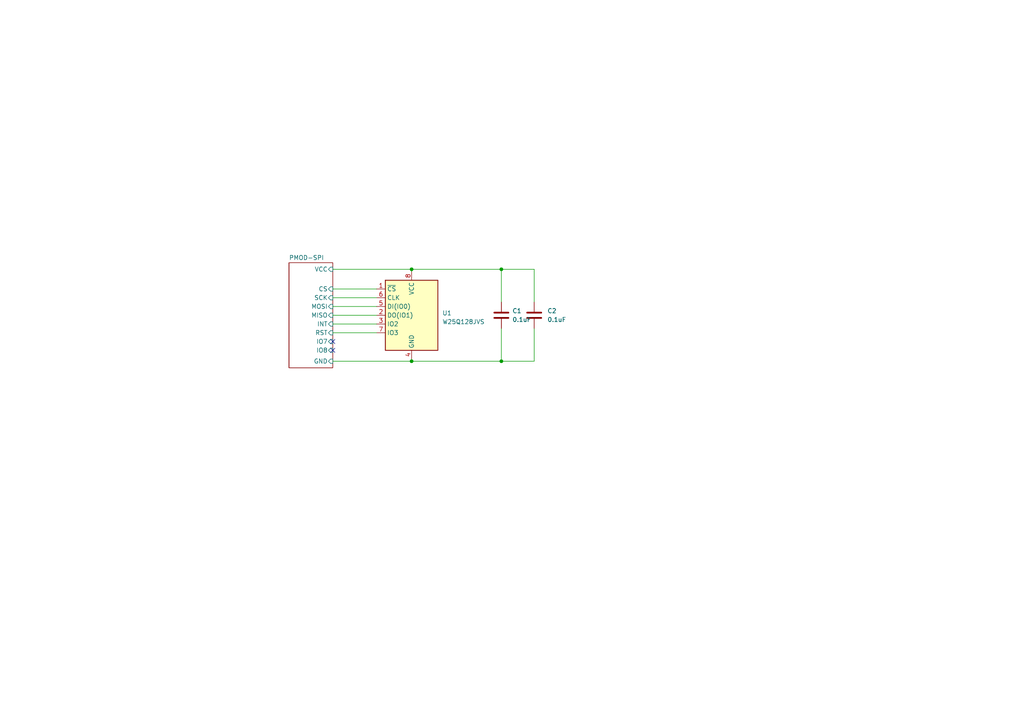
<source format=kicad_sch>
(kicad_sch (version 20230121) (generator eeschema)
  (paper "A4")
  (lib_symbols
    (symbol "Device:C" (pin_numbers hide) (pin_names (offset 0.254))
      (property "Reference" "C" (at 0.635 2.54 0))
      (property "Value" "C" (at 0.635 -2.54 0))
      (symbol "C_0_1"
        (polyline (pts (xy -2.032 -0.762) (xy 2.032 -0.762)) (stroke (width 0.508)))
        (polyline (pts (xy -2.032 0.762) (xy 2.032 0.762)) (stroke (width 0.508)))
      )
      (symbol "C_1_1"
        (pin passive line (at 0 3.81 270) (length 2.794) (name "~") (number "1"))
        (pin passive line (at 0 -3.81 90) (length 2.794) (name "~") (number "2"))
      )
    )
    (symbol "Memory_Flash:W25Q128JVS"
      (property "Reference" "U" (at -8.89 8.89 0))
      (property "Value" "W25Q128JVS" (at 7.62 8.89 0))
      (symbol "W25Q128JVS_0_1"
        (rectangle (start -7.62 10.16) (end 7.62 -10.16) (stroke (width 0.254)) (fill (type background)))
      )
      (symbol "W25Q128JVS_1_1"
        (pin input line (at -10.16 7.62 0) (length 2.54) (name "~{CS}") (number "1"))
        (pin bidirectional line (at -10.16 0 0) (length 2.54) (name "DO(IO1)") (number "2"))
        (pin bidirectional line (at -10.16 -2.54 0) (length 2.54) (name "IO2") (number "3"))
        (pin power_in line (at 0 -12.7 90) (length 2.54) (name "GND") (number "4"))
        (pin bidirectional line (at -10.16 2.54 0) (length 2.54) (name "DI(IO0)") (number "5"))
        (pin input line (at -10.16 5.08 0) (length 2.54) (name "CLK") (number "6"))
        (pin bidirectional line (at -10.16 -5.08 0) (length 2.54) (name "IO3") (number "7"))
        (pin power_in line (at 0 12.7 270) (length 2.54) (name "VCC") (number "8"))
      )
    )
  )
  (junction (at 119.38 78.105))
  (junction (at 145.415 78.105))
  (junction (at 145.415 104.775))
  (junction (at 119.38 104.775))
  (no_connect (at 96.52 101.6))
  (no_connect (at 96.52 99.06))
  (wire (pts (xy 145.415 78.105) (xy 145.415 87.63)))
  (wire (pts (xy 96.52 91.44) (xy 109.22 91.44)))
  (wire (pts (xy 119.38 104.775) (xy 119.38 104.14)))
  (wire (pts (xy 154.94 95.25) (xy 154.94 104.775)))
  (wire (pts (xy 154.94 104.775) (xy 145.415 104.775)))
  (wire (pts (xy 119.38 78.105) (xy 119.38 78.74)))
  (wire (pts (xy 145.415 78.105) (xy 154.94 78.105)))
  (wire (pts (xy 96.52 86.36) (xy 109.22 86.36)))
  (wire (pts (xy 145.415 95.25) (xy 145.415 104.775)))
  (wire (pts (xy 145.415 104.775) (xy 119.38 104.775)))
  (wire (pts (xy 154.94 87.63) (xy 154.94 78.105)))
  (wire (pts (xy 119.38 78.105) (xy 145.415 78.105)))
  (wire (pts (xy 96.52 104.775) (xy 119.38 104.775)))
  (wire (pts (xy 96.52 88.9) (xy 109.22 88.9)))
  (wire (pts (xy 96.52 96.52) (xy 109.22 96.52)))
  (wire (pts (xy 96.52 93.98) (xy 109.22 93.98)))
  (wire (pts (xy 96.52 78.105) (xy 119.38 78.105)))
  (wire (pts (xy 96.52 83.82) (xy 109.22 83.82)))
  (symbol (lib_id "Device:C") (at 154.94 91.44 0) (unit 1)
    (property "Reference" "C2" (at 158.75 90.17 0) (effects (justify left)))
    (property "Value" "0.1uF" (at 158.75 92.71 0) (effects (justify left)))
    (property "Footprint" "Capacitor_SMD:C_0603_1608Metric" (effects hide))
  )
  (symbol (lib_id "Device:C") (at 145.415 91.44 0) (unit 1)
    (property "Reference" "C1" (at 148.59 90.17 0) (effects (justify left)))
    (property "Value" "0.1uF" (at 148.59 92.71 0) (effects (justify left)))
    (property "Footprint" "Capacitor_SMD:C_0603_1608Metric" (effects hide))
  )
  (symbol (lib_id "Memory_Flash:W25Q128JVS") (at 119.38 91.44 0) (unit 1)
    (property "Reference" "U1" (at 128.27 90.805 0) (effects (justify left)))
    (property "Value" "W25Q128JVS" (at 128.27 93.345 0) (effects (justify left)))
    (property "Footprint" "Package_SO:SOIC-8_5.23x5.23mm_P1.27mm" (effects hide))
    (property "Datasheet" "http://www.winbond.com/resource-files/w25q128jv_dtr%20revc%2003272018%20plus.pdf" (effects hide))
  )
  (sheet (at 83.82 76.2) (size 12.7 30.48) (stroke (width 0.1524))
    (property "Sheetname" "PMOD-SPI" (at 83.82 75.4884 0) (effects (justify left bottom)))
    (property "Sheetfile" "C:/Users/tbz/OneDrive/doc/kicad_schematic/pmod_spi.kicad_sch" (effects hide))
    (pin "MOSI" input (at 96.52 88.9 0))
    (pin "SCK" input (at 96.52 86.36 0))
    (pin "GND" input (at 96.52 104.775 0))
    (pin "CS" input (at 96.52 83.82 0))
    (pin "VCC" input (at 96.52 78.105 0))
    (pin "MISO" input (at 96.52 91.44 0))
    (pin "IO7" input (at 96.52 99.06 0))
    (pin "RST" input (at 96.52 96.52 0))
    (pin "IO8" input (at 96.52 101.6 0))
    (pin "INT" input (at 96.52 93.98 0))
  )
)
</source>
